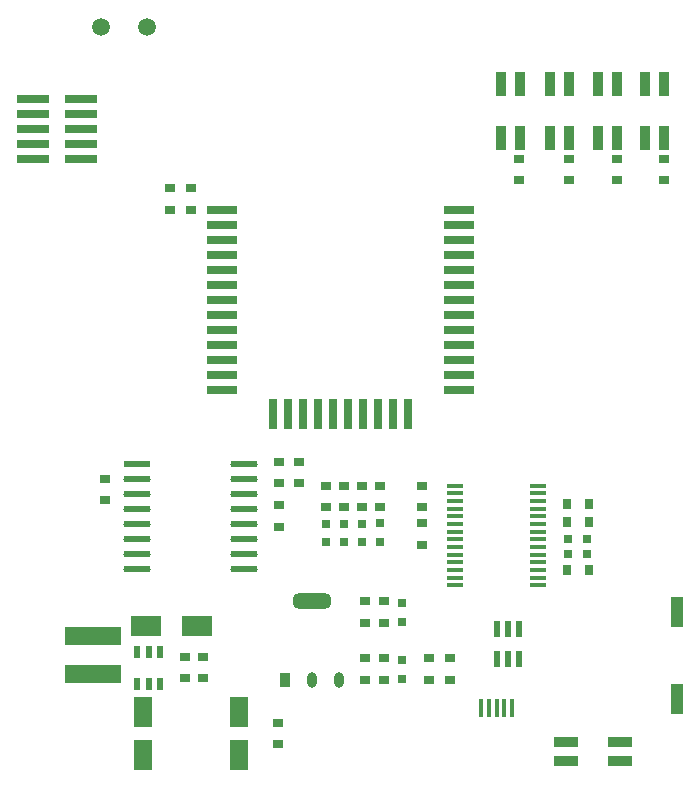
<source format=gtp>
G04*
G04 #@! TF.GenerationSoftware,Altium Limited,Altium Designer,24.4.1 (13)*
G04*
G04 Layer_Color=8421504*
%FSTAX24Y24*%
%MOIN*%
G70*
G04*
G04 #@! TF.SameCoordinates,973A198C-3906-4392-A1E8-A13353080A71*
G04*
G04*
G04 #@! TF.FilePolarity,Positive*
G04*
G01*
G75*
%ADD23R,0.0374X0.0315*%
%ADD24R,0.0315X0.0315*%
%ADD25R,0.0315X0.0315*%
%ADD26R,0.0315X0.0374*%
%ADD27O,0.0571X0.0157*%
%ADD28R,0.0354X0.0787*%
%ADD29R,0.0315X0.0984*%
%ADD30R,0.0984X0.0315*%
%ADD31R,0.0157X0.0591*%
%ADD32R,0.0787X0.0354*%
G04:AMPARAMS|DCode=33|XSize=90.5mil|YSize=22.3mil|CornerRadius=11.2mil|HoleSize=0mil|Usage=FLASHONLY|Rotation=0.000|XOffset=0mil|YOffset=0mil|HoleType=Round|Shape=RoundedRectangle|*
%AMROUNDEDRECTD33*
21,1,0.0905,0.0000,0,0,0.0*
21,1,0.0681,0.0223,0,0,0.0*
1,1,0.0223,0.0341,0.0000*
1,1,0.0223,-0.0341,0.0000*
1,1,0.0223,-0.0341,0.0000*
1,1,0.0223,0.0341,0.0000*
%
%ADD33ROUNDEDRECTD33*%
%ADD34R,0.0905X0.0223*%
%ADD35R,0.1043X0.0689*%
%ADD36R,0.1850X0.0591*%
%ADD37R,0.0236X0.0394*%
%ADD38R,0.0630X0.1024*%
G04:AMPARAMS|DCode=39|XSize=51.4mil|YSize=126.9mil|CornerRadius=18mil|HoleSize=0mil|Usage=FLASHONLY|Rotation=90.000|XOffset=0mil|YOffset=0mil|HoleType=Round|Shape=RoundedRectangle|*
%AMROUNDEDRECTD39*
21,1,0.0514,0.0909,0,0,90.0*
21,1,0.0154,0.1269,0,0,90.0*
1,1,0.0359,0.0455,0.0077*
1,1,0.0359,0.0455,-0.0077*
1,1,0.0359,-0.0455,-0.0077*
1,1,0.0359,-0.0455,0.0077*
%
%ADD39ROUNDEDRECTD39*%
G04:AMPARAMS|DCode=40|XSize=51.4mil|YSize=35.9mil|CornerRadius=18mil|HoleSize=0mil|Usage=FLASHONLY|Rotation=90.000|XOffset=0mil|YOffset=0mil|HoleType=Round|Shape=RoundedRectangle|*
%AMROUNDEDRECTD40*
21,1,0.0514,0.0000,0,0,90.0*
21,1,0.0154,0.0359,0,0,90.0*
1,1,0.0359,0.0000,0.0077*
1,1,0.0359,0.0000,-0.0077*
1,1,0.0359,0.0000,-0.0077*
1,1,0.0359,0.0000,0.0077*
%
%ADD40ROUNDEDRECTD40*%
%ADD41R,0.0359X0.0514*%
%ADD42R,0.0433X0.1000*%
%ADD43R,0.1098X0.0291*%
%ADD44C,0.0591*%
G04:AMPARAMS|DCode=45|XSize=55.1mil|YSize=19.7mil|CornerRadius=2.5mil|HoleSize=0mil|Usage=FLASHONLY|Rotation=90.000|XOffset=0mil|YOffset=0mil|HoleType=Round|Shape=RoundedRectangle|*
%AMROUNDEDRECTD45*
21,1,0.0551,0.0148,0,0,90.0*
21,1,0.0502,0.0197,0,0,90.0*
1,1,0.0049,0.0074,0.0251*
1,1,0.0049,0.0074,-0.0251*
1,1,0.0049,-0.0074,-0.0251*
1,1,0.0049,-0.0074,0.0251*
%
%ADD45ROUNDEDRECTD45*%
D23*
X0209Y020514D02*
D03*
Y019786D02*
D03*
X0144Y007636D02*
D03*
Y008364D02*
D03*
Y009614D02*
D03*
Y008886D02*
D03*
X019315Y019786D02*
D03*
Y020514D02*
D03*
X00965Y009686D02*
D03*
Y010414D02*
D03*
X0071Y003914D02*
D03*
Y003186D02*
D03*
X022465Y019786D02*
D03*
Y020514D02*
D03*
X01315Y003864D02*
D03*
Y003136D02*
D03*
X00385Y00985D02*
D03*
Y009122D02*
D03*
X00965Y008964D02*
D03*
Y008236D02*
D03*
X0103Y010414D02*
D03*
Y009686D02*
D03*
X0096Y001714D02*
D03*
Y000986D02*
D03*
X0065Y003914D02*
D03*
Y003186D02*
D03*
X01315Y00577D02*
D03*
Y005041D02*
D03*
X01464Y003864D02*
D03*
Y003136D02*
D03*
X0125D02*
D03*
Y003864D02*
D03*
Y00577D02*
D03*
Y005041D02*
D03*
X0067Y0188D02*
D03*
Y019528D02*
D03*
X006Y0188D02*
D03*
Y019528D02*
D03*
X013Y008886D02*
D03*
Y009614D02*
D03*
X0124Y008886D02*
D03*
Y009614D02*
D03*
X0118Y008886D02*
D03*
Y009614D02*
D03*
X0112Y008886D02*
D03*
Y009614D02*
D03*
X01765Y020514D02*
D03*
Y019786D02*
D03*
X01535Y003864D02*
D03*
Y003136D02*
D03*
D24*
X01375Y005715D02*
D03*
Y005085D02*
D03*
Y00317D02*
D03*
Y0038D02*
D03*
X013Y008365D02*
D03*
Y007735D02*
D03*
X0124Y00835D02*
D03*
Y00772D02*
D03*
X0118Y00835D02*
D03*
Y00772D02*
D03*
X0112Y00835D02*
D03*
Y00772D02*
D03*
D25*
X019915Y00735D02*
D03*
X019285D02*
D03*
X019915Y00785D02*
D03*
X019285D02*
D03*
D26*
X019964Y0068D02*
D03*
X019236D02*
D03*
X01925Y0084D02*
D03*
X019978D02*
D03*
X01925Y009D02*
D03*
X019978D02*
D03*
D27*
X018288Y006287D02*
D03*
Y006543D02*
D03*
Y006798D02*
D03*
Y007054D02*
D03*
Y00731D02*
D03*
Y007566D02*
D03*
Y007822D02*
D03*
Y008078D02*
D03*
Y008334D02*
D03*
Y00859D02*
D03*
Y008846D02*
D03*
Y009102D02*
D03*
Y009357D02*
D03*
Y009613D02*
D03*
X015512Y006287D02*
D03*
Y006543D02*
D03*
Y006798D02*
D03*
Y007054D02*
D03*
Y00731D02*
D03*
Y007566D02*
D03*
Y007822D02*
D03*
Y008078D02*
D03*
Y008334D02*
D03*
Y00859D02*
D03*
Y008846D02*
D03*
Y009102D02*
D03*
Y009357D02*
D03*
Y009613D02*
D03*
D28*
X020915Y023006D02*
D03*
X020285Y021194D02*
D03*
Y023006D02*
D03*
X020915Y021194D02*
D03*
X019315Y023006D02*
D03*
X018685Y021194D02*
D03*
Y023006D02*
D03*
X019315Y021194D02*
D03*
X022465Y023006D02*
D03*
X021835Y021194D02*
D03*
Y023006D02*
D03*
X022465Y021194D02*
D03*
X017665Y023006D02*
D03*
X017035Y021194D02*
D03*
Y023006D02*
D03*
X017665Y021194D02*
D03*
D29*
X013938Y012D02*
D03*
X009438D02*
D03*
X009938D02*
D03*
X010438D02*
D03*
X010938D02*
D03*
X011438D02*
D03*
X011938D02*
D03*
X012438D02*
D03*
X012938D02*
D03*
X013438D02*
D03*
D30*
X007737Y0128D02*
D03*
Y0133D02*
D03*
Y0138D02*
D03*
Y0143D02*
D03*
Y0148D02*
D03*
Y0153D02*
D03*
Y0158D02*
D03*
Y0163D02*
D03*
Y0168D02*
D03*
Y0173D02*
D03*
Y0178D02*
D03*
Y0183D02*
D03*
Y0188D02*
D03*
X01565Y0128D02*
D03*
Y0133D02*
D03*
Y0138D02*
D03*
Y0143D02*
D03*
Y0148D02*
D03*
Y0153D02*
D03*
Y0158D02*
D03*
Y0163D02*
D03*
Y0168D02*
D03*
Y0173D02*
D03*
Y0178D02*
D03*
Y0183D02*
D03*
Y0188D02*
D03*
D31*
X017156Y002192D02*
D03*
X0169D02*
D03*
X016644D02*
D03*
X017412D02*
D03*
X016388D02*
D03*
D32*
X019194Y001065D02*
D03*
X021006Y000435D02*
D03*
X019194D02*
D03*
X021006Y001065D02*
D03*
D33*
X008483Y01035D02*
D03*
Y00985D02*
D03*
Y00935D02*
D03*
Y00885D02*
D03*
Y00835D02*
D03*
Y00785D02*
D03*
Y00735D02*
D03*
Y00685D02*
D03*
X004917D02*
D03*
Y00735D02*
D03*
Y00785D02*
D03*
Y00835D02*
D03*
Y00885D02*
D03*
Y00935D02*
D03*
Y00985D02*
D03*
D34*
Y01035D02*
D03*
D35*
X005204Y00495D02*
D03*
X006896D02*
D03*
D36*
X00345Y00335D02*
D03*
Y00461D02*
D03*
D37*
X005674Y003018D02*
D03*
X0053D02*
D03*
X004926D02*
D03*
Y004081D02*
D03*
X0053D02*
D03*
X005674D02*
D03*
D38*
X0083Y000641D02*
D03*
Y002059D02*
D03*
X0051Y000641D02*
D03*
Y002059D02*
D03*
D39*
X010748Y00577D02*
D03*
D40*
X01165Y003136D02*
D03*
X010748D02*
D03*
D41*
X009847D02*
D03*
D42*
X0229Y0054D02*
D03*
Y002487D02*
D03*
D43*
X00305Y0205D02*
D03*
Y021D02*
D03*
Y0215D02*
D03*
Y022D02*
D03*
Y0225D02*
D03*
X001448Y0205D02*
D03*
Y021D02*
D03*
Y0215D02*
D03*
Y022D02*
D03*
Y0225D02*
D03*
D44*
X00525Y0249D02*
D03*
X0037D02*
D03*
D45*
X016902Y004838D02*
D03*
X017276D02*
D03*
X01765D02*
D03*
Y00385D02*
D03*
X017276D02*
D03*
X016902D02*
D03*
M02*

</source>
